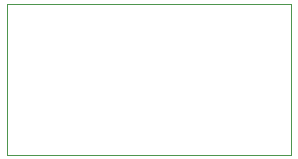
<source format=gbr>
%TF.GenerationSoftware,KiCad,Pcbnew,8.0.3-8.0.3-0~ubuntu22.04.1*%
%TF.CreationDate,2024-06-15T19:30:21-04:00*%
%TF.ProjectId,head_board,68656164-5f62-46f6-9172-642e6b696361,rev?*%
%TF.SameCoordinates,Original*%
%TF.FileFunction,Profile,NP*%
%FSLAX46Y46*%
G04 Gerber Fmt 4.6, Leading zero omitted, Abs format (unit mm)*
G04 Created by KiCad (PCBNEW 8.0.3-8.0.3-0~ubuntu22.04.1) date 2024-06-15 19:30:21*
%MOMM*%
%LPD*%
G01*
G04 APERTURE LIST*
%TA.AperFunction,Profile*%
%ADD10C,0.050000*%
%TD*%
G04 APERTURE END LIST*
D10*
X70000000Y-82750000D02*
X70000000Y-70000000D01*
X94000000Y-70000000D02*
X94000000Y-82750000D01*
X94000000Y-82750000D02*
X70000000Y-82750000D01*
X70000000Y-70000000D02*
X94000000Y-70000000D01*
M02*

</source>
